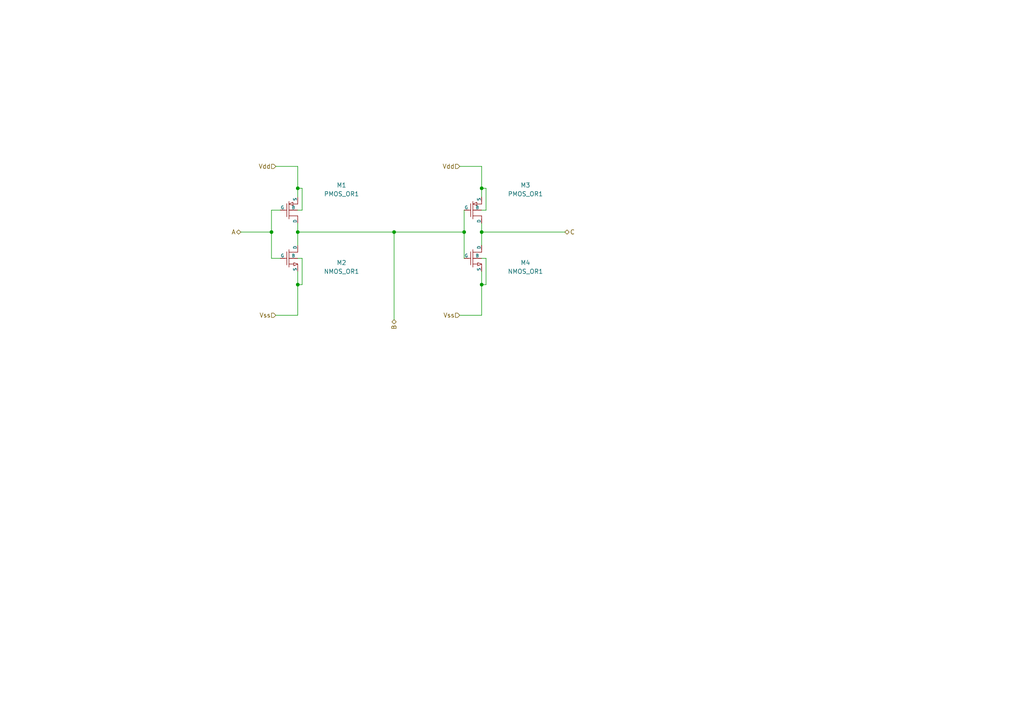
<source format=kicad_sch>
(kicad_sch (version 20211123) (generator eeschema)
  (paper "A4")
  (lib_symbols
    (symbol "0_OR1Symbols:NMOS_OR1" (pin_numbers hide) (pin_names (offset 0))
      (property "Reference" "M" (at 8.89 5.08 0))
      (property "Value" "NMOS_OR1" (at 8.89 2.54 0))
      (property "Spice_Model" "NMOS_OR1 l=1u w=2u" (at 8.89 0 0))
      (symbol "NMOS_OR1_0_1"
        (polyline (pts (xy 0 0) (xy 1.905 0)))
        (polyline (pts (xy 1.905 1.905) (xy 1.905 -1.905)))
        (polyline (pts (xy 2.54 -2.54) (xy 2.54 2.54)))
        (polyline (pts (xy 2.54 -1.651) (xy 3.937 -1.651)))
        (polyline (pts (xy 2.54 0) (xy 5.08 0)))
        (polyline (pts (xy 2.54 1.778) (xy 5.08 1.778)))
        (polyline (pts (xy 3.937 -2.159) (xy 3.937 -1.27)))
        (polyline (pts (xy 3.937 -1.27) (xy 5.08 -1.651)))
        (polyline (pts (xy 5.08 -1.651) (xy 3.937 -2.159)))
        (polyline (pts (xy 5.08 -1.651) (xy 5.08 -3.81)))
        (polyline (pts (xy 5.08 1.778) (xy 5.08 3.81)))
      )
      (symbol "NMOS_OR1_1_1"
        (pin passive line (at 5.08 3.81 270) (length 1.27) (name "D") (number "1"))
        (pin passive line (at 0 0 0) (length 1.27) (name "G") (number "2"))
        (pin passive line (at 5.08 -3.81 90) (length 1.27) (name "S") (number "3"))
        (pin passive line (at 5.08 0 180) (length 2.54) (name "B") (number "4"))
      )
    )
    (symbol "0_OR1Symbols:PMOS_OR1" (pin_numbers hide) (pin_names (offset 0))
      (property "Reference" "M" (at 8.89 5.08 0))
      (property "Value" "PMOS_OR1" (at 8.89 2.54 0))
      (property "Spice_Model" "PMOS_OR1 l=1u w=6u" (at 8.89 0 0))
      (symbol "PMOS_OR1_0_1"
        (polyline (pts (xy 0 0) (xy 1.905 0)))
        (polyline (pts (xy 1.905 1.905) (xy 1.905 -1.905)))
        (polyline (pts (xy 2.54 -2.54) (xy 2.54 2.54)))
        (polyline (pts (xy 2.54 -1.651) (xy 5.08 -1.651)))
        (polyline (pts (xy 2.54 0) (xy 5.08 0)))
        (polyline (pts (xy 2.54 1.778) (xy 3.683 2.286)))
        (polyline (pts (xy 3.683 1.397) (xy 2.54 1.778)))
        (polyline (pts (xy 3.683 1.397) (xy 3.683 2.286)))
        (polyline (pts (xy 3.683 1.778) (xy 5.08 1.778)))
        (polyline (pts (xy 5.08 -1.651) (xy 5.08 -3.81)))
        (polyline (pts (xy 5.08 1.778) (xy 5.08 3.81)))
      )
      (symbol "PMOS_OR1_1_1"
        (pin passive line (at 5.08 -3.81 90) (length 1.27) (name "D") (number "1"))
        (pin passive line (at 0 0 0) (length 1.27) (name "G") (number "2"))
        (pin passive line (at 5.08 3.81 270) (length 1.27) (name "S") (number "3"))
        (pin passive line (at 5.08 0 180) (length 2.54) (name "B") (number "4"))
      )
    )
  )
  (junction (at 139.7 67.31))
  (junction (at 86.36 67.31))
  (junction (at 78.74 67.31))
  (junction (at 134.62 67.31))
  (junction (at 86.36 54.61))
  (junction (at 139.7 54.61))
  (junction (at 86.36 82.55))
  (junction (at 114.3 67.31))
  (junction (at 139.7 82.55))
  (wire (pts (xy 86.36 54.61) (xy 86.36 57.15)))
  (wire (pts (xy 86.36 64.77) (xy 86.36 67.31)))
  (wire (pts (xy 86.36 54.61) (xy 87.63 54.61)))
  (wire (pts (xy 139.7 67.31) (xy 163.83 67.31)))
  (wire (pts (xy 139.7 82.55) (xy 139.7 78.74)))
  (wire (pts (xy 80.01 91.44) (xy 86.36 91.44)))
  (wire (pts (xy 139.7 54.61) (xy 140.97 54.61)))
  (wire (pts (xy 133.35 48.26) (xy 139.7 48.26)))
  (wire (pts (xy 86.36 82.55) (xy 86.36 78.74)))
  (wire (pts (xy 114.3 67.31) (xy 114.3 92.71)))
  (wire (pts (xy 133.35 91.44) (xy 139.7 91.44)))
  (wire (pts (xy 86.36 60.96) (xy 87.63 60.96)))
  (wire (pts (xy 139.7 48.26) (xy 139.7 54.61)))
  (wire (pts (xy 114.3 67.31) (xy 134.62 67.31)))
  (wire (pts (xy 78.74 67.31) (xy 78.74 74.93)))
  (wire (pts (xy 139.7 82.55) (xy 140.97 82.55)))
  (wire (pts (xy 69.85 67.31) (xy 78.74 67.31)))
  (wire (pts (xy 140.97 74.93) (xy 139.7 74.93)))
  (wire (pts (xy 86.36 67.31) (xy 86.36 71.12)))
  (wire (pts (xy 78.74 60.96) (xy 81.28 60.96)))
  (wire (pts (xy 140.97 60.96) (xy 139.7 60.96)))
  (wire (pts (xy 139.7 54.61) (xy 139.7 57.15)))
  (wire (pts (xy 134.62 67.31) (xy 134.62 74.93)))
  (wire (pts (xy 86.36 48.26) (xy 86.36 54.61)))
  (wire (pts (xy 86.36 74.93) (xy 87.63 74.93)))
  (wire (pts (xy 139.7 91.44) (xy 139.7 82.55)))
  (wire (pts (xy 139.7 64.77) (xy 139.7 67.31)))
  (wire (pts (xy 86.36 82.55) (xy 87.63 82.55)))
  (wire (pts (xy 87.63 82.55) (xy 87.63 74.93)))
  (wire (pts (xy 140.97 82.55) (xy 140.97 74.93)))
  (wire (pts (xy 134.62 60.96) (xy 134.62 67.31)))
  (wire (pts (xy 86.36 67.31) (xy 114.3 67.31)))
  (wire (pts (xy 140.97 54.61) (xy 140.97 60.96)))
  (wire (pts (xy 86.36 91.44) (xy 86.36 82.55)))
  (wire (pts (xy 139.7 67.31) (xy 139.7 71.12)))
  (wire (pts (xy 78.74 67.31) (xy 78.74 60.96)))
  (wire (pts (xy 80.01 48.26) (xy 86.36 48.26)))
  (wire (pts (xy 87.63 54.61) (xy 87.63 60.96)))
  (wire (pts (xy 78.74 74.93) (xy 81.28 74.93)))
  (hierarchical_label "Vss" (shape input) (at 80.01 91.44 180))
  (hierarchical_label "A" (shape bidirectional) (at 69.85 67.31 180))
  (hierarchical_label "B" (shape bidirectional) (at 114.3 92.71 270))
  (hierarchical_label "Vdd" (shape input) (at 133.35 48.26 180))
  (hierarchical_label "Vss" (shape input) (at 133.35 91.44 180))
  (hierarchical_label "C" (shape bidirectional) (at 163.83 67.31 0))
  (hierarchical_label "Vdd" (shape input) (at 80.01 48.26 180))
  (symbol (lib_id "0_OR1Symbols:PMOS_OR1") (at 134.62 60.96 0) (unit 1)
    (property "Reference" "M3" (at 152.4 53.721 0))
    (property "Value" "PMOS_OR1" (at 152.4 56.261 0))
    (property "Spice_Primitive" "M" (effects hide))
    (property "Spice_Model" "pchOR1ex l=1u w=600u" (at 152.4 58.801 0))
    (property "Spice_Netlist_Enabled" "Y" (effects hide))
  )
  (symbol (lib_id "0_OR1Symbols:PMOS_OR1") (at 81.28 60.96 0) (unit 1)
    (property "Reference" "M1" (at 99.06 53.721 0))
    (property "Value" "PMOS_OR1" (at 99.06 56.261 0))
    (property "Spice_Primitive" "M" (effects hide))
    (property "Spice_Model" "pchOR1ex l=1u w=600u" (at 99.06 58.801 0))
    (property "Spice_Netlist_Enabled" "Y" (effects hide))
  )
  (symbol (lib_id "0_OR1Symbols:NMOS_OR1") (at 81.28 74.93 0) (unit 1)
    (property "Reference" "M2" (at 99.06 76.2 0))
    (property "Value" "NMOS_OR1" (at 99.06 78.74 0))
    (property "Spice_Primitive" "M" (effects hide))
    (property "Spice_Model" "nchOR1ex l=1u w=100u" (at 99.06 81.28 0))
    (property "Spice_Netlist_Enabled" "Y" (effects hide))
  )
  (symbol (lib_id "0_OR1Symbols:NMOS_OR1") (at 134.62 74.93 0) (unit 1)
    (property "Reference" "M4" (at 152.4 76.2 0))
    (property "Value" "NMOS_OR1" (at 152.4 78.74 0))
    (property "Spice_Primitive" "M" (effects hide))
    (property "Spice_Model" "nchOR1ex l=1u w=100u" (at 152.4 81.28 0))
    (property "Spice_Netlist_Enabled" "Y" (effects hide))
  )
)
</source>
